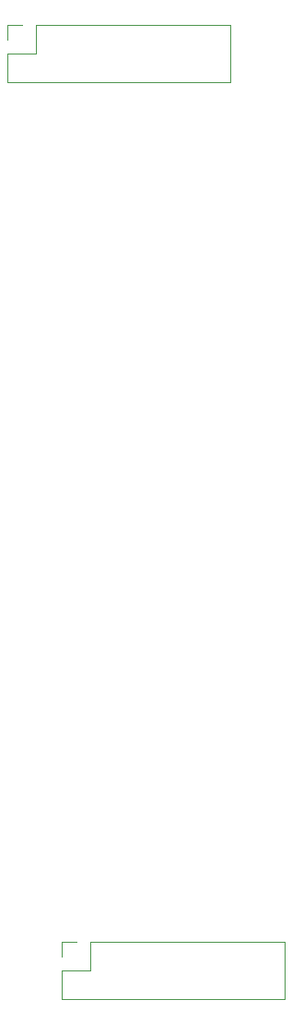
<source format=gbo>
G04 #@! TF.FileFunction,Legend,Bot*
%FSLAX46Y46*%
G04 Gerber Fmt 4.6, Leading zero omitted, Abs format (unit mm)*
G04 Created by KiCad (PCBNEW 4.0.1-stable) date 26/04/2018 08:36:00*
%MOMM*%
G01*
G04 APERTURE LIST*
%ADD10C,0.100000*%
%ADD11C,0.120000*%
G04 APERTURE END LIST*
D10*
D11*
X109035000Y-129955000D02*
X109035000Y-135155000D01*
X91195000Y-129955000D02*
X109035000Y-129955000D01*
X88595000Y-135155000D02*
X109035000Y-135155000D01*
X91195000Y-129955000D02*
X91195000Y-132555000D01*
X91195000Y-132555000D02*
X88595000Y-132555000D01*
X88595000Y-132555000D02*
X88595000Y-135155000D01*
X89925000Y-129955000D02*
X88595000Y-129955000D01*
X88595000Y-129955000D02*
X88595000Y-131285000D01*
X104035000Y-45855000D02*
X104035000Y-51055000D01*
X86195000Y-45855000D02*
X104035000Y-45855000D01*
X83595000Y-51055000D02*
X104035000Y-51055000D01*
X86195000Y-45855000D02*
X86195000Y-48455000D01*
X86195000Y-48455000D02*
X83595000Y-48455000D01*
X83595000Y-48455000D02*
X83595000Y-51055000D01*
X84925000Y-45855000D02*
X83595000Y-45855000D01*
X83595000Y-45855000D02*
X83595000Y-47185000D01*
M02*

</source>
